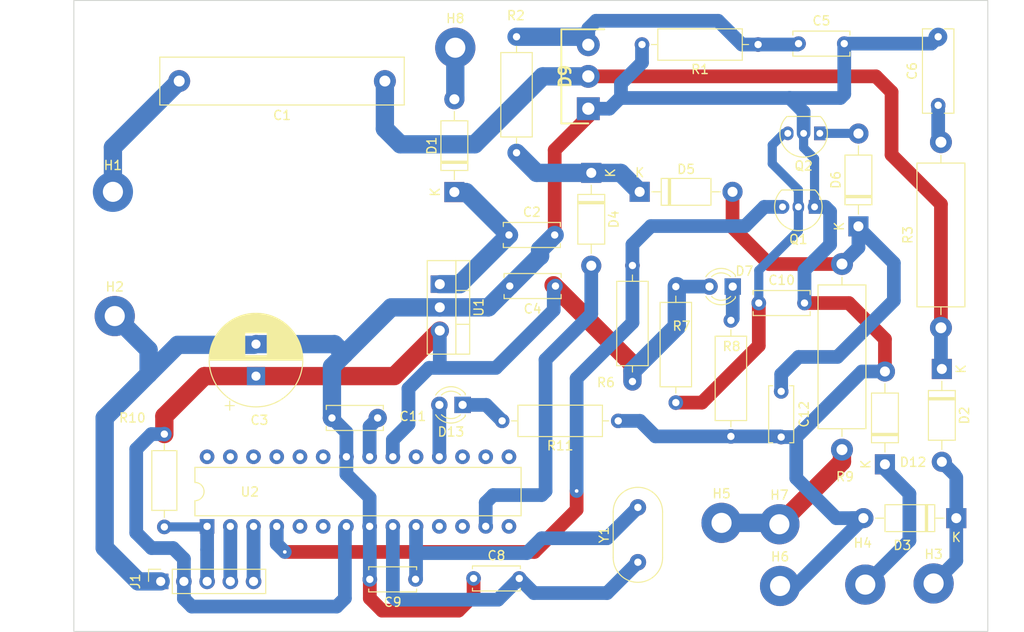
<source format=kicad_pcb>
(kicad_pcb (version 20211014) (generator pcbnew)
  (layers (0 "F.Cu" signal) (31 "B.Cu" signal) (34 "B.Paste" user) (35 "F.Paste" user) (36 "B.SilkS" user "B.Silkscreen") (37 "F.SilkS" user "F.Silkscreen") (38 "B.Mask" user) (39 "F.Mask" user) (44 "Edge.Cuts" user))
  (net 0 "")
  (net 1 "Net-(C1-Pad2)")
  (net 2 "+5 Volt")
  (net 3 "GND")
  (net 4 "Net-(C5-Pad1)")
  (net 5 "Net-(C6-Pad1)")
  (net 6 "Souce_coil")
  (net 7 "Net-(C8-Pad2)")
  (net 8 "Net-(C9-Pad1)")
  (net 9 "Net-(C10-Pad1)")
  (net 10 "Net-(C11-Pad1)")
  (net 11 "Net-(C12-Pad1)")
  (net 12 "SCR_gate")
  (net 13 "Net-(D4-Pad2)")
  (net 14 "Net-(D6-Pad2)")
  (net 15 "Net-(D7-Pad1)")
  (net 16 "Pickup_circuit")
  (net 17 "Net-(J1-Pad3)")
  (net 18 "/RX")
  (net 19 "/TX")
  (net 35 "Net-(H5-Pad1)")
  (net 36 "Net-(C1-Pad1)")
  (net 37 "Source coil -")
  (net 38 "Net-(D13-Pad1)")
  (net 39 "Net-(C2-Pad1)")
  (net 40 "+12v")
  (net 41 "Net-(D13-Pad2)")
  (footprint "Package_DIP:DIP-28_W7.62mm" (layer "F.Cu") (at 91.45 109.4 90)
    (fp_text reference "U2" (at 3.775 4.675 180) (layer "F.SilkS"))
    (fp_text value "ATmega328P-P")
    (pad "1" thru_hole rect (at 0 0 90) (size 1.6 1.6) (drill 0.8) (layers *.Cu *.Mask) (net 17 "Net-(J1-Pad3)"))
    (pad "2" thru_hole oval (at 0 2.54 90) (size 1.6 1.6) (drill 0.8) (layers *.Cu *.Mask) (net 18 "/RX"))
    (pad "3" thru_hole oval (at 0 5.08 90) (size 1.6 1.6) (drill 0.8) (layers *.Cu *.Mask) (net 19 "/TX"))
    (pad "4" thru_hole oval (at 0 7.62 90) (size 1.6 1.6) (drill 0.8) (layers *.Cu *.Mask) (net 16 "Pickup_circuit"))
    (pad "5" thru_hole oval (at 0 10.16 90) (size 1.6 1.6) (drill 0.8) (layers *.Cu *.Mask))
    (pad "6" thru_hole oval (at 0 12.7 90) (size 1.6 1.6) (drill 0.8) (layers *.Cu *.Mask))
    (pad "7" thru_hole oval (at 0 15.24 90) (size 1.6 1.6) (drill 0.8) (layers *.Cu *.Mask) (net 2 "+5 Volt"))
    (pad "8" thru_hole oval (at 0 17.78 90) (size 1.6 1.6) (drill 0.8) (layers *.Cu *.Mask) (net 3 "GND"))
    (pad "9" thru_hole oval (at 0 20.32 90) (size 1.6 1.6) (drill 0.8) (layers *.Cu *.Mask) (net 7 "Net-(C8-Pad2)"))
    (pad "10" thru_hole oval (at 0 22.86 90) (size 1.6 1.6) (drill 0.8) (layers *.Cu *.Mask) (net 8 "Net-(C9-Pad1)"))
    (pad "11" thru_hole oval (at 0 25.4 90) (size 1.6 1.6) (drill 0.8) (layers *.Cu *.Mask))
    (pad "12" thru_hole oval (at 0 27.94 90) (size 1.6 1.6) (drill 0.8) (layers *.Cu *.Mask))
    (pad "13" thru_hole oval (at 0 30.48 90) (size 1.6 1.6) (drill 0.8) (layers *.Cu *.Mask) (net 13 "Net-(D4-Pad2)"))
    (pad "14" thru_hole oval (at 0 33.02 90) (size 1.6 1.6) (drill 0.8) (layers *.Cu *.Mask))
    (pad "15" thru_hole oval (at 7.62 33.02 90) (size 1.6 1.6) (drill 0.8) (layers *.Cu *.Mask))
    (pad "16" thru_hole oval (at 7.62 30.48 90) (size 1.6 1.6) (drill 0.8) (layers *.Cu *.Mask))
    (pad "17" thru_hole oval (at 7.62 27.94 90) (size 1.6 1.6) (drill 0.8) (layers *.Cu *.Mask))
    (pad "18" thru_hole oval (at 7.62 25.4 90) (size 1.6 1.6) (drill 0.8) (layers *.Cu *.Mask) (net 41 "Net-(D13-Pad2)"))
    (pad "19" thru_hole oval (at 7.62 22.86 90) (size 1.6 1.6) (drill 0.8) (layers *.Cu *.Mask))
    (pad "20" thru_hole oval (at 7.62 20.32 90) (size 1.6 1.6) (drill 0.8) (layers *.Cu *.Mask) (net 2 "+5 Volt"))
    (pad "21" thru_hole oval (at 7.62 17.78 90) (size 1.6 1.6) (drill 0.8) (layers *.Cu *.Mask) (net 10 "Net-(C11-Pad1)"))
    (pad "22" thru_hole oval (at 7.62 15.24 90) (size 1.6 1.6) (drill 0.8) (layers *.Cu *.Mask) (net 3 "GND"))
    (pad "23" thru_hole oval (at 7.62 12.7 90) (size 1.6 1.6) (drill 0.8) (layers *.Cu *.Mask))
    (pad "24" thru_hole oval (at 7.62 10.16 90) (size 1.6 1.6) (drill 0.8) (layers *.Cu *.Mask))
    (pad "25" thru_hole oval (at 7.62 7.62 90) (size 1.6 1.6) (drill 0.8) (layers *.Cu *.Mask))
    (pad "26" thru_hole oval (at 7.62 5.08 90) (size 1.6 1.6) (drill 0.8) (layers *.Cu *.Mask))
    (pad "27" thru_hole oval (at 7.62 2.54 90) (size 1.6 1.6) (drill 0.8) (layers *.Cu *.Mask))
    (pad "28" thru_hole oval (at 7.62 0 90) (size 1.6 1.6) (drill 0.8) (layers *.Cu *.Mask))
  )
  (footprint "Resistor_THT:R_Axial_DIN0207_L6.3mm_D2.5mm_P10.16mm_Horizontal" (layer "F.Cu") (at 86.775 99.3 -90)
    (fp_text reference "R10" (at -1.775 3.5) (layer "F.SilkS"))
    (fp_text value "10K")
    (pad "1" thru_hole circle (at 0 0 270) (size 1.6 1.6) (drill 0.8) (layers *.Cu *.Mask) (net 2 "+5 Volt"))
    (pad "2" thru_hole oval (at 10.16 0 270) (size 1.6 1.6) (drill 0.8) (layers *.Cu *.Mask) (net 17 "Net-(J1-Pad3)"))
  )
  (footprint "Diode_THT:D_DO-41_SOD81_P10.16mm_Horizontal" (layer "F.Cu") (at 162.7 76.555 90)
    (fp_text reference "D6" (at 5.08 -2.47 90) (layer "F.SilkS"))
    (fp_text value "IN4004")
    (fp_text user "K" (at 0 -2.1 90) (layer "F.SilkS"))
    (pad "1" thru_hole rect (at 0 0 90) (size 2.2 2.2) (drill 1.1) (layers *.Cu *.Mask) (net 11 "Net-(C12-Pad1)"))
    (pad "2" thru_hole oval (at 10.16 0 90) (size 2.2 2.2) (drill 1.1) (layers *.Cu *.Mask) (net 14 "Net-(D6-Pad2)"))
  )
  (footprint "Capacitor_THT:C_Disc_D6.0mm_W2.5mm_P5.00mm" (layer "F.Cu") (at 110.11 97.53 180)
    (fp_text reference "C11" (at -3.85 0.175) (layer "F.SilkS"))
    (fp_text value "0.1uF")
    (pad "1" thru_hole circle (at 0 0 180) (size 2 2) (drill 0.8) (layers *.Cu *.Mask) (net 10 "Net-(C11-Pad1)"))
    (pad "2" thru_hole circle (at 5 0 180) (size 2 2) (drill 0.8) (layers *.Cu *.Mask) (net 3 "GND"))
  )
  (footprint "Resistor_THT:R_Axial_DIN0516_L15.5mm_D5.0mm_P20.32mm_Horizontal" (layer "F.Cu") (at 171.725 87.66 90)
    (fp_text reference "R3" (at 10.16 -3.62 90) (layer "F.SilkS"))
    (fp_text value "27 1 watt")
    (pad "1" thru_hole circle (at 0 0 90) (size 2.4 2.4) (drill 1.2) (layers *.Cu *.Mask) (net 36 "Net-(C1-Pad1)"))
    (pad "2" thru_hole oval (at 20.32 0 90) (size 2.4 2.4) (drill 1.2) (layers *.Cu *.Mask) (net 5 "Net-(C6-Pad1)"))
  )
  (footprint "Capacitor_THT:C_Disc_D5.0mm_W2.5mm_P5.00mm" (layer "F.Cu") (at 120.6 115.1)
    (fp_text reference "C8" (at 2.5 -2.5) (layer "F.SilkS"))
    (fp_text value "22pF")
    (pad "1" thru_hole circle (at 0 0) (size 1.6 1.6) (drill 0.8) (layers *.Cu *.Mask) (net 3 "GND"))
    (pad "2" thru_hole circle (at 5 0) (size 1.6 1.6) (drill 0.8) (layers *.Cu *.Mask) (net 7 "Net-(C8-Pad2)"))
  )
  (footprint "Package_TO_SOT_THT:TO-220-3_Vertical" (layer "F.Cu") (at 116.905 82.885 -90)
    (fp_text reference "U1" (at 2.54 -4.27 90) (layer "F.SilkS"))
    (fp_text value "LM7805_TO220")
    (pad "1" thru_hole rect (at 0 0 270) (size 1.905 2) (drill 1.1) (layers *.Cu *.Mask) (net 39 "Net-(C2-Pad1)"))
    (pad "2" thru_hole oval (at 2.54 0 270) (size 1.905 2) (drill 1.1) (layers *.Cu *.Mask) (net 3 "GND"))
    (pad "3" thru_hole oval (at 5.08 0 270) (size 1.905 2) (drill 1.1) (layers *.Cu *.Mask) (net 2 "+5 Volt"))
  )
  (footprint "MountingHole:MountingHole_2.2mm_M2_Pad_TopBottom" (layer "F.Cu") (at 154.051 109.1692)
    (fp_text reference "H7" (at 0 -3.2) (layer "F.SilkS"))
    (fp_text value "Kill Switch")
    (pad "1" connect circle (at 0 0) (size 4.4 4.4) (layers "B.Cu" "B.Mask") (net 35 "Net-(H5-Pad1)"))
    (pad "1" connect circle (at 0 0) (size 4.4 4.4) (layers "F.Cu" "F.Mask") (net 35 "Net-(H5-Pad1)"))
    (pad "1" thru_hole circle (at 0 0) (size 2.6 2.6) (drill 2.2) (layers *.Cu *.Mask) (net 35 "Net-(H5-Pad1)"))
  )
  (footprint "MountingHole:MountingHole_2.2mm_M2_Pad_TopBottom" (layer "F.Cu") (at 163.45 115.775)
    (fp_text reference "H4" (at -0.275 -4.55) (layer "F.SilkS"))
    (fp_text value "Source Coil -")
    (pad "1" connect circle (at 0 0) (size 4.4 4.4) (layers "B.Cu" "B.Mask") (net 37 "Source coil -"))
    (pad "1" connect circle (at 0 0) (size 4.4 4.4) (layers "F.Cu" "F.Mask") (net 37 "Source coil -"))
    (pad "1" thru_hole circle (at 0 0) (size 2.6 2.6) (drill 2.2) (layers *.Cu *.Mask) (net 37 "Source coil -"))
  )
  (footprint "MountingHole:MountingHole_2.2mm_M2_Pad_TopBottom" (layer "F.Cu") (at 147.7264 109.0168)
    (fp_text reference "H5" (at 0 -3.2) (layer "F.SilkS"))
    (fp_text value "Pickup Coil +")
    (pad "1" connect circle (at 0 0) (size 4.4 4.4) (layers "B.Cu" "B.Mask") (net 35 "Net-(H5-Pad1)"))
    (pad "1" thru_hole circle (at 0 0) (size 2.6 2.6) (drill 2.2) (layers *.Cu *.Mask) (net 35 "Net-(H5-Pad1)"))
    (pad "1" connect circle (at 0 0) (size 4.4 4.4) (layers "F.Cu" "F.Mask") (net 35 "Net-(H5-Pad1)"))
  )
  (footprint "Package_TO_SOT_THT:TO-92_Inline" (layer "F.Cu") (at 157.4 74.425 180)
    (fp_text reference "Q1" (at 1.27 -3.56) (layer "F.SilkS"))
    (fp_text value "2N2222")
    (pad "1" thru_hole rect (at -0.5 0 180) (size 1.25 1.5) (drill 0.75) (layers *.Cu *.Mask) (net 3 "GND"))
    (pad "2" thru_hole oval (at 1.27 0 180) (size 1.25 1.5) (drill 0.75) (layers *.Cu *.Mask) (net 9 "Net-(C10-Pad1)"))
    (pad "3" thru_hole oval (at 3 0 180) (size 1.25 1.5) (drill 0.75) (layers *.Cu *.Mask) (net 16 "Pickup_circuit"))
  )
  (footprint "MountingHole:MountingHole_2.2mm_M2_Pad_TopBottom" (layer "F.Cu") (at 170.925 115.65)
    (fp_text reference "H3" (at 0 -3.2) (layer "F.SilkS"))
    (fp_text value "Source Coil +")
    (pad "1" thru_hole circle (at 0 0) (size 2.6 2.6) (drill 2.2) (layers *.Cu *.Mask) (net 6 "Souce_coil"))
    (pad "1" connect circle (at 0 0) (size 4.4 4.4) (layers "F.Cu" "F.Mask") (net 6 "Souce_coil"))
    (pad "1" connect circle (at 0 0) (size 4.4 4.4) (layers "B.Cu" "B.Mask") (net 6 "Souce_coil"))
  )
  (footprint "Diode_THT:D_DO-41_SOD81_P10.16mm_Horizontal" (layer "F.Cu") (at 133.475 70.7 -90)
    (fp_text reference "D4" (at 5.08 -2.47 90) (layer "F.SilkS"))
    (fp_text value "IN4004")
    (fp_text user "K" (at 0 -2.1 90) (layer "F.SilkS"))
    (pad "1" thru_hole rect (at 0 0 270) (size 2.2 2.2) (drill 1.1) (layers *.Cu *.Mask) (net 12 "SCR_gate"))
    (pad "2" thru_hole oval (at 10.16 0 270) (size 2.2 2.2) (drill 1.1) (layers *.Cu *.Mask) (net 13 "Net-(D4-Pad2)"))
  )
  (footprint "Resistor_THT:R_Axial_DIN0309_L9.0mm_D3.2mm_P12.70mm_Horizontal" (layer "F.Cu") (at 125.3 55.8 -90)
    (fp_text reference "R2" (at -2.325 0.075 -180) (layer "F.SilkS"))
    (fp_text value "120")
    (pad "1" thru_hole circle (at 0 0 270) (size 1.6 1.6) (drill 0.8) (layers *.Cu *.Mask) (net 4 "Net-(C5-Pad1)"))
    (pad "2" thru_hole oval (at 12.7 0 270) (size 1.6 1.6) (drill 0.8) (layers *.Cu *.Mask) (net 12 "SCR_gate"))
  )
  (footprint "MountingHole:MountingHole_2.2mm_M2_ISO14580_Pad_TopBottom" (layer "F.Cu") (at 81.15 72.775)
    (fp_text reference "H1" (at 0 -2.9) (layer "F.SilkS"))
    (fp_text value "Coil + _Pad")
    (pad "1" thru_hole circle (at 0 0) (size 2.6 2.6) (drill 2.2) (layers *.Cu *.Mask) (net 1 "Net-(C1-Pad2)"))
    (pad "1" connect circle (at 0 0) (size 4.4 4.4) (layers "B.Cu" "B.Mask") (net 1 "Net-(C1-Pad2)"))
    (pad "1" connect circle (at 0 0) (size 3.8 3.8) (layers "F.Cu" "F.Mask") (net 1 "Net-(C1-Pad2)"))
  )
  (footprint "Capacitor_THT:CP_Radial_D10.0mm_P3.50mm" (layer "F.Cu") (at 96.8 92.95 90)
    (fp_text reference "C3" (at -4.825 0.375 180) (layer "F.SilkS"))
    (fp_text value "220uF")
    (pad "1" thru_hole rect (at 0 0 90) (size 2 2) (drill 1) (layers *.Cu *.Mask) (net 2 "+5 Volt"))
    (pad "2" thru_hole circle (at 3.5 0 90) (size 2 2) (drill 1) (layers *.Cu *.Mask) (net 3 "GND"))
  )
  (footprint "Capacitor_THT:C_Rect_L26.5mm_W5.0mm_P22.50mm_MKS4" (layer "F.Cu") (at 110.9 60.65 180)
    (fp_text reference "C1" (at 11.25 -3.75) (layer "F.SilkS"))
    (fp_text value "1.5u/400v")
    (pad "1" thru_hole circle (at 0 0 180) (size 2.4 2.4) (drill 1.2) (layers *.Cu *.Mask) (net 36 "Net-(C1-Pad1)"))
    (pad "2" thru_hole circle (at 22.5 0 180) (size 2.4 2.4) (drill 1.2) (layers *.Cu *.Mask) (net 1 "Net-(C1-Pad2)"))
  )
  (footprint "Capacitor_THT:C_Disc_D6.0mm_W2.5mm_P5.00mm" (layer "F.Cu") (at 129.56 83.09 180)
    (fp_text reference "C4" (at 2.5 -2.5) (layer "F.SilkS"))
    (fp_text value "100n")
    (pad "1" thru_hole circle (at 0 0 180) (size 1.6 1.6) (drill 0.8) (layers *.Cu *.Mask) (net 2 "+5 Volt"))
    (pad "2" thru_hole circle (at 5 0 180) (size 1.6 1.6) (drill 0.8) (layers *.Cu *.Mask) (net 3 "GND"))
  )
  (footprint "LED_THT:LED_D3.0mm" (layer "F.Cu") (at 119.4 96.1 180)
    (fp_text reference "D13" (at 1.27 -2.96) (layer "F.SilkS"))
    (fp_text value "LED")
    (pad "1" thru_hole rect (at 0 0 180) (size 1.8 1.8) (drill 0.9) (layers *.Cu *.Mask) (net 38 "Net-(D13-Pad1)"))
    (pad "2" thru_hole circle (at 2.54 0 180) (size 1.8 1.8) (drill 0.9) (layers *.Cu *.Mask) (net 41 "Net-(D13-Pad2)"))
  )
  (footprint "Capacitor_THT:C_Disc_D5.0mm_W2.5mm_P5.00mm" (layer "F.Cu") (at 114.25 115.2 180)
    (fp_text reference "C9" (at 2.5 -2.5) (layer "F.SilkS"))
    (fp_text value "22pF")
    (pad "1" thru_hole circle (at 0 0 180) (size 1.6 1.6) (drill 0.8) (layers *.Cu *.Mask) (net 8 "Net-(C9-Pad1)"))
    (pad "2" thru_hole circle (at 5 0 180) (size 1.6 1.6) (drill 0.8) (layers *.Cu *.Mask) (net 3 "GND"))
  )
  (footprint "Resistor_THT:R_Axial_DIN0309_L9.0mm_D3.2mm_P12.70mm_Horizontal" (layer "F.Cu") (at 142.725 83.15 -90)
    (fp_text reference "R7" (at 4.325 -0.625) (layer "F.SilkS"))
    (fp_text value "10k")
    (pad "1" thru_hole circle (at 0 0 270) (size 1.6 1.6) (drill 0.8) (layers *.Cu *.Mask) (net 2 "+5 Volt"))
    (pad "2" thru_hole oval (at 12.7 0 270) (size 1.6 1.6) (drill 0.8) (layers *.Cu *.Mask) (net 9 "Net-(C10-Pad1)"))
  )
  (footprint "Resistor_THT:R_Axial_DIN0309_L9.0mm_D3.2mm_P12.70mm_Horizontal" (layer "F.Cu") (at 151.725 56.65 180)
    (fp_text reference "R1" (at 6.35 -2.72) (layer "F.SilkS"))
    (fp_text value "1k")
    (pad "1" thru_hole circle (at 0 0 180) (size 1.6 1.6) (drill 0.8) (layers *.Cu *.Mask) (net 4 "Net-(C5-Pad1)"))
    (pad "2" thru_hole oval (at 12.7 0 180) (size 1.6 1.6) (drill 0.8) (layers *.Cu *.Mask) (net 3 "GND"))
  )
  (footprint "Resistor_THT:R_Axial_DIN0309_L9.0mm_D3.2mm_P12.70mm_Horizontal" (layer "F.Cu") (at 137.98 93.54 90)
    (fp_text reference "R6" (at -0.11 -2.905 180) (layer "F.SilkS"))
    (fp_text value "10k")
    (pad "1" thru_hole circle (at 0 0 90) (size 1.6 1.6) (drill 0.8) (layers *.Cu *.Mask) (net 2 "+5 Volt"))
    (pad "2" thru_hole oval (at 12.7 0 90) (size 1.6 1.6) (drill 0.8) (layers *.Cu *.Mask) (net 16 "Pickup_circuit"))
  )
  (footprint "Resistor_THT:R_Axial_DIN0309_L9.0mm_D3.2mm_P12.70mm_Horizontal" (layer "F.Cu") (at 148.75 86.85 -90)
    (fp_text reference "R8" (at 2.85 -0.075 180) (layer "F.SilkS"))
    (fp_text value "330")
    (pad "1" thru_hole circle (at 0 0 270) (size 1.6 1.6) (drill 0.8) (layers *.Cu *.Mask) (net 15 "Net-(D7-Pad1)"))
    (pad "2" thru_hole oval (at 12.7 0 270) (size 1.6 1.6) (drill 0.8) (layers *.Cu *.Mask) (net 3 "GND"))
  )
  (footprint "Package_TO_SOT_THT:TO-92_Inline" (layer "F.Cu") (at 157.975 66.375 180)
    (fp_text reference "Q2" (at 1.27 -3.56) (layer "F.SilkS"))
    (fp_text value "2N2222")
    (pad "1" thru_hole rect (at -0.5 0 180) (size 1.25 1.5) (drill 0.75) (layers *.Cu *.Mask) (net 14 "Net-(D6-Pad2)"))
    (pad "2" thru_hole oval (at 1.27 0 180) (size 1.25 1.5) (drill 0.75) (layers *.Cu *.Mask) (net 3 "GND"))
    (pad "3" thru_hole oval (at 3 0 180) (size 1.25 1.5) (drill 0.75) (layers *.Cu *.Mask) (net 9 "Net-(C10-Pad1)"))
  )
  (footprint "Diode_THT:D_DO-41_SOD81_P10.16mm_Horizontal" (layer "F.Cu") (at 138.77 72.775)
    (fp_text reference "D5" (at 5.08 -2.47) (layer "F.SilkS"))
    (fp_text value "IN4004")
    (fp_text user "K" (at 0 -2.1) (layer "F.SilkS"))
    (pad "1" thru_hole rect (at 0 0) (size 2.2 2.2) (drill 1.1) (layers *.Cu *.Mask) (net 12 "SCR_gate"))
    (pad "2" thru_hole oval (at 10.16 0) (size 2.2 2.2) (drill 1.1) (layers *.Cu *.Mask) (net 11 "Net-(C12-Pad1)"))
  )
  (footprint "Capacitor_THT:C_Rect_L9.0mm_W3.2mm_P7.50mm_MKT" (layer "F.Cu") (at 171.425 63.3 90)
    (fp_text reference "C6" (at 3.75 -2.85 90) (layer "F.SilkS"))
    (fp_text value "33n/200v")
    (pad "1" thru_hole circle (at 0 0 90) (size 1.6 1.6) (drill 0.8) (layers *.Cu *.Mask) (net 5 "Net-(C6-Pad1)"))
    (pad "2" thru_hole circle (at 7.5 0 90) (size 1.6 1.6) (drill 0.8) (layers *.Cu *.Mask) (net 3 "GND"))
  )
  (footprint "Capacitor_THT:C_Disc_D6.0mm_W2.5mm_P5.00mm" (layer "F.Cu") (at 156.15 56.55)
    (fp_text reference "C5" (at 2.5 -2.5) (layer "F.SilkS"))
    (fp_text value "100n")
    (pad "1" thru_hole circle (at 0 0) (size 1.6 1.6) (drill 0.8) (layers *.Cu *.Mask) (net 4 "Net-(C5-Pad1)"))
    (pad "2" thru_hole circle (at 5 0) (size 1.6 1.6) (drill 0.8) (layers *.Cu *.Mask) (net 3 "GND"))
  )
  (footprint "Resistor_THT:R_Axial_DIN0309_L9.0mm_D3.2mm_P12.70mm_Horizontal" (layer "F.Cu") (at 136.425 97.85 180)
    (fp_text reference "R11" (at 6.35 -2.72 180) (layer "F.SilkS"))
    (fp_text value "330")
    (pad "1" thru_hole circle (at 0 0 180) (size 1.6 1.6) (drill 0.8) (layers *.Cu *.Mask) (net 3 "GND"))
    (pad "2" thru_hole oval (at 12.7 0 180) (size 1.6 1.6) (drill 0.8) (layers *.Cu *.Mask) (net 38 "Net-(D13-Pad1)"))
  )
  (footprint "MountingHole:MountingHole_2.2mm_M2_Pad_TopBottom" (layer "F.Cu") (at 118.6 57)
    (fp_text reference "H8" (at 0 -3.2) (layer "F.SilkS"))
    (fp_text value "+12 v")
    (pad "1" connect circle (at 0 0) (size 4.4 4.4) (layers "B.Cu" "B.Mask") (net 40 "+12v"))
    (pad "1" thru_hole circle (at 0 0) (size 2.6 2.6) (drill 2.2) (layers *.Cu *.Mask) (net 40 "+12v"))
    (pad "1" connect circle (at 0 0) (size 4.4 4.4) (layers "F.Cu" "F.Mask") (net 40 "+12v"))
  )
  (footprint "Capacitor_THT:C_Disc_D6.0mm_W2.5mm_P5.00mm" (layer "F.Cu") (at 154.25 94.625 -90)
    (fp_text reference "C12" (at 2.5 -2.5 90) (layer "F.SilkS"))
    (fp_text value "100n")
    (pad "1" thru_hole circle (at 0 0 270) (size 1.6 1.6) (drill 0.8) (layers *.Cu *.Mask) (net 11 "Net-(C12-Pad1)"))
    (pad "2" thru_hole circle (at 5 0 270) (size 1.6 1.6) (drill 0.8) (layers *.Cu *.Mask) (net 3 "GND"))
  )
  (footprint "Diode_THT:D_DO-41_SOD81_P10.16mm_Horizontal" (layer "F.Cu") (at 118.5 72.8 90)
    (fp_text reference "D1" (at 5.08 -2.47 90) (layer "F.SilkS"))
    (fp_text value "IN4004")
    (fp_text user "K" (at 0 -2.1 90) (layer "F.SilkS"))
    (pad "1" thru_hole rect (at 0 0 90) (size 2.2 2.2) (drill 1.1) (layers *.Cu *.Mask) (net 39 "Net-(C2-Pad1)"))
    (pad "2" thru_hole oval (at 10.16 0 90) (size 2.2 2.2) (drill 1.1) (layers *.Cu *.Mask) (net 40 "+12v"))
  )
  (footprint "MountingHole:MountingHole_2.2mm_M2_Pad_TopBottom" (layer "F.Cu") (at 154.1272 115.9256)
    (fp_text reference "H6" (at 0 -3.2) (layer "F.SilkS"))
    (fp_text value "Pickup Coil -")
    (pad "1" connect circle (at 0 0) (size 4.4 4.4) (layers "F.Cu" "F.Mask") (net 3 "GND"))
    (pad "1" connect circle (at 0 0) (size 4.4 4.4) (layers "B.Cu" "B.Mask") (net 3 "GND"))
    (pad "1" thru_hole circle (at 0 0) (size 2.6 2.6) (drill 2.2) (layers *.Cu *.Mask) (net 3 "GND"))
  )
  (footprint "LED_THT:LED_D3.0mm" (layer "F.Cu") (at 148.95 83.15 180)
    (fp_text reference "D7" (at -1.275 1.7) (layer "F.SilkS"))
    (fp_text value "LED")
    (pad "1" thru_hole rect (at 0 0 180) (size 1.8 1.8) (drill 0.9) (layers *.Cu *.Mask) (net 15 "Net-(D7-Pad1)"))
    (pad "2" thru_hole circle (at 2.54 0 180) (size 1.8 1.8) (drill 0.9) (layers *.Cu *.Mask) (net 2 "+5 Volt"))
  )
  (footprint "Diode_THT:D_DO-41_SOD81_P10.16mm_Horizontal" (layer "F.Cu") (at 165.6 102.605 90)
    (fp_text reference "D12" (at 0.23 3.075 180) (layer "F.SilkS"))
    (fp_text value "D")
    (fp_text user "K" (at 0 -2.1 90) (layer "F.SilkS"))
    (pad "1" thru_hole rect (at 0 0 90) (size 2.2 2.2) (drill 1.1) (layers *.Cu *.Mask) (net 37 "Source coil -"))
    (pad "2" thru_hole oval (at 10.16 0 90) (size 2.2 2.2) (drill 1.1) (layers *.Cu *.Mask) (net 3 "GND"))
  )
  (footprint "MountingHole:MountingHole_2.2mm_M2_Pad_TopBottom" (layer "F.Cu") (at 81.35 86.375)
    (fp_text reference "H2" (at 0 -3.2) (layer "F.SilkS"))
    (fp_text value "Coil Ground")
    (pad "1" connect circle (at 0 0) (size 4.4 4.4) (layers "F.Cu" "F.Mask") (net 3 "GND"))
    (pad "1" connect circle (at 0 0) (size 4.4 4.4) (layers "B.Cu" "B.Mask") (net 3 "GND"))
    (pad "1" thru_hole circle (at 0 0) (size 2.6 2.6) (drill 2.2) (layers *.Cu *.Mask) (net 3 "GND"))
  )
  (footprint "KiCad:TO254P470X1000X2000-3P" (layer "F.Cu") (at 133.15 62.675 90)
    (fp_text reference "D9" (at 2.54 -2.54 90) (layer "F.SilkS") (effects (font (size 1.27 1.27) (thickness 0.254))))
    (fp_text value "BT151-800R,127" hide)
    (pad "1" thru_hole rect (at -1 0 90) (size 2.5 2.5) (drill 1.34) (layers *.Cu *.Mask) (net 3 "GND"))
    (pad "2" thru_hole circle (at 2.54 0 90) (size 2.5 2.5) (drill 1.34) (layers *.Cu *.Mask) (net 36 "Net-(C1-Pad1)"))
    (pad "3" thru_hole circle (at 6 0 90) (size 2.5 2.5) (drill 1.34) (layers *.Cu *.Mask) (net 4 "Net-(C5-Pad1)"))
  )
  (footprint "Crystal:Resonator-2Pin_W10.0mm_H5.0mm" (layer "F.Cu") (at 138.575 112.825 90)
    (fp_text reference "Y1" (at 2.5 -3.7 90) (layer "F.SilkS"))
    (fp_text value "HC49S Crystal")
    (pad "1" thru_hole circle (at -0.5 0 90) (size 1.8 1.8) (drill 0.8) (layers *.Cu *.Mask) (net 7 "Net-(C8-Pad2)"))
    (pad "2" thru_hole circle (at 5.5 0 90) (size 1.8 1.8) (drill 0.8) (layers *.Cu *.Mask) (net 8 "Net-(C9-Pad1)"))
  )
  (footprint "Resistor_THT:R_Axial_DIN0516_L15.5mm_D5.0mm_P20.32mm_Horizontal" (layer "F.Cu") (at 160.9 101 90)
    (fp_text reference "R9" (at -2.965 0.325 180) (layer "F.SilkS"))
    (fp_text value "560 2 watt")
    (pad "1" thru_hole circle (at 0 0 90) (size 2.4 2.4) (drill 1.2) (layers *.Cu *.Mask) (net 35 "Net-(H5-Pad1)"))
    (pad "2" thru_hole oval (at 20.32 0 90) (size 2.4 2.4) (drill 1.2) (layers *.Cu *.Mask) (net 11 "Net-(C12-Pad1)"))
  )
  (footprint "Connector_PinSocket_2.54mm:PinSocket_1x05_P2.54mm_Vertical" (layer "F.Cu") (at 86.375 115.425 90)
    (fp_text reference "J1" (at 0 -2.77 90) (layer "F.SilkS"))
    (fp_text value "Conn_01x05_Female")
    (pad "1" thru_hole rect (at 0 0 90) (size 1.7 1.7) (drill 1) (layers *.Cu *.Mask) (net 3 "GND"))
    (pad "2" thru_hole oval (at 0 2.54 90) (size 1.7 1.7) (drill 1) (layers *.Cu *.Mask) (net 2 "+5 Volt"))
    (pad "3" thru_hole oval (at 0 5.08 90) (size 1.7 1.7) (drill 1) (layers *.Cu *.Mask) (net 17 "Net-(J1-Pad3)"))
    (pad "4" thru_hole oval (at 0 7.62 90) (size 1.7 1.7) (drill 1) (layers *.Cu *.Mask) (net 18 "/RX"))
    (pad "5" thru_hole oval (at 0 10.16 90) (size 1.7 1.7) (drill 1) (layers *.Cu *.Mask) (net 19 "/TX"))
  )
  (footprint "Capacitor_THT:C_Disc_D6.0mm_W2.5mm_P5.00mm" (layer "F.Cu") (at 151.8 84.95)
    (fp_text reference "C10" (at 2.5 -2.5) (layer "F.SilkS"))
    (fp_text value "10n")
    (pad "1" thru_hole circle (at 0 0) (size 1.6 1.6) (drill 0.8) (layers *.Cu *.Mask) (net 9 "Net-(C10-Pad1)"))
    (pad "2" thru_hole circle (at 5 0) (size 1.6 1.6) (drill 0.8) (layers *.Cu *.Mask) (net 3 "GND"))
  )
  (footprint "Diode_THT:D_DO-41_SOD81_P10.16mm_Horizontal" (layer "F.Cu") (at 171.825 92.17 -90)
    (fp_text reference "D2" (at 5.08 -2.47 90) (layer "F.SilkS"))
    (fp_text value "1N4004")
    (fp_text user "K" (at 0 -2.1 90) (layer "F.SilkS"))
    (pad "1" thru_hole rect (at 0 0 270) (size 2.2 2.2) (drill 1.1) (layers *.Cu *.Mask) (net 36 "Net-(C1-Pad1)"))
    (pad "2" thru_hole oval (at 10.16 0 270) (size 2.2 2.2) (drill 1.1) (layers *.Cu *.Mask) (net 6 "Souce_coil"))
  )
  (footprint "Capacitor_THT:C_Disc_D6.0mm_W2.5mm_P5.00mm" (layer "F.Cu") (at 124.475 77.5)
    (fp_text reference "C2" (at 2.5 -2.5) (layer "F.SilkS"))
    (fp_text value "100n")
    (pad "1" thru_hole circle (at 0 0) (size 1.6 1.6) (drill 0.8) (layers *.Cu *.Mask) (net 39 "Net-(C2-Pad1)"))
    (pad "2" thru_hole circle (at 5 0) (size 1.6 1.6) (drill 0.8) (layers *.Cu *.Mask) (net 3 "GND"))
  )
  (footprint "Diode_THT:D_DO-41_SOD81_P10.16mm_Horizontal" (layer "F.Cu") (at 173.405 108.5 180)
    (fp_text reference "D3" (at 5.905 -2.975) (layer "F.SilkS"))
    (fp_text value "1N4004")
    (fp_text user "K" (at 0 -2.1) (layer "F.SilkS"))
    (pad "1" thru_hole rect (at 0 0 180) (size 2.2 2.2) (drill 1.1) (layers *.Cu *.Mask) (net 6 "Souce_coil"))
    (pad "2" thru_hole oval (at 10.16 0 180) (size 2.2 2.2) (drill 1.1) (layers *.Cu *.Mask) (net 3 "GND"))
  )
  (gr_rect (start 76.875 51.825) (end 176.85 120.9) (layer "Edge.Cuts") (width 0.1) (fill none))
  (segment (start 81.15 72.775) (end 81.15 67.9) (width 2) (layer "B.Cu") (net 1))
  (segment (start 81.15 67.9) (end 88.4 60.65) (width 2) (layer "B.Cu") (net 1))
  (segment (start 91.16 92.95) (end 96.8 92.95) (width 2) (layer "F.Cu") (net 2))
  (segment (start 86.775 97.335) (end 91.16 92.95) (width 2) (layer "F.Cu") (net 2))
  (segment (start 137.98 93.54) (end 137.98 91.63) (width 2) (layer "F.Cu") (net 2))
  (segment (start 111.92 92.95) (end 116.905 87.965) (width 2) (layer "F.Cu") (net 2))
  (segment (start 96.8 92.95) (end 111.92 92.95) (width 2) (layer "F.Cu") (net 2))
  (segment (start 137.98 91.63) (end 129.35 83) (width 2) (layer "F.Cu") (net 2))
  (segment (start 86.775 99.3) (end 86.775 97.335) (width 2) (layer "F.Cu") (net 2))
  (segment (start 111.77 99.93) (end 113.48 98.22) (width 1.5) (layer "B.Cu") (net 2))
  (segment (start 88.915 112.96) (end 87.73 111.775) (width 1.5) (layer "B.Cu") (net 2))
  (segment (start 137.98 92.38) (end 142.83 87.53) (width 2) (layer "B.Cu") (net 2))
  (segment (start 137.98 93.54) (end 137.98 92.38) (width 2) (layer "B.Cu") (net 2))
  (segment (start 89.775 118.175) (end 105.625 118.175) (width 1.5) (layer "B.Cu") (net 2))
  (segment (start 129.37 85.72) (end 129.37 83.2) (width 1.5) (layer "B.Cu") (net 2))
  (segment (start 88.915 115.425) (end 88.915 112.96) (width 1.5) (layer "B.Cu") (net 2))
  (segment (start 116.825 92.05) (end 123.04 92.05) (width 1.5) (layer "B.Cu") (net 2))
  (segment (start 83.7 100.95) (end 85.35 99.3) (width 1.5) (layer "B.Cu") (net 2))
  (segment (start 116.905 91.97) (end 116.905 87.965) (width 1.5) (layer "B.Cu") (net 2))
  (segment (start 116.825 92.05) (end 116.905 91.97) (width 1.5) (layer "B.Cu") (net 2))
  (segment (start 113.48 94.31) (end 115.74 92.05) (width 1.5) (layer "B.Cu") (net 2))
  (segment (start 113.48 98.22) (end 113.48 94.31) (width 1.5) (layer "B.Cu") (net 2))
  (segment (start 88.915 117.315) (end 89.775 118.175) (width 1.5) (layer "B.Cu") (net 2))
  (segment (start 106.525 109.565) (end 106.69 109.4) (width 1.5) (layer "B.Cu") (net 2))
  (segment (start 106.525 117.275) (end 106.525 109.565) (width 1.5) (layer "B.Cu") (net 2))
  (segment (start 111.77 101.78) (end 111.77 99.93) (width 1.5) (layer "B.Cu") (net 2))
  (segment (start 85.375 111.775) (end 83.7 110.1) (width 1.5) (layer "B.Cu") (net 2))
  (segment (start 88.915 115.425) (end 88.915 117.315) (width 1.5) (layer "B.Cu") (net 2))
  (segment (start 105.625 118.175) (end 106.525 117.275) (width 1.5) (layer "B.Cu") (net 2))
  (segment (start 123.04 92.05) (end 129.37 85.72) (width 1.5) (layer "B.Cu") (net 2))
  (segment (start 85.35 99.3) (end 86.775 99.3) (width 1.5) (layer "B.Cu") (net 2))
  (segment (start 83.7 110.1) (end 83.7 100.95) (width 1.5) (layer "B.Cu") (net 2))
  (segment (start 142.725 83.15) (end 146.41 83.15) (width 1.5) (layer "B.Cu") (net 2))
  (segment (start 115.74 92.05) (end 116.825 92.05) (width 1.5) (layer "B.Cu") (net 2))
  (segment (start 142.83 87.53) (end 142.83 83.1) (width 2) (layer "B.Cu") (net 2))
  (segment (start 87.73 111.775) (end 85.375 111.775) (width 1.5) (layer "B.Cu") (net 2))
  (segment (start 118.95 118.625) (end 120.6 116.975) (width 1.5) (layer "F.Cu") (net 3))
  (segment (start 165.6 88.9) (end 165.6 92.445) (width 1.5) (layer "F.Cu") (net 3))
  (segment (start 164.845 92.445) (end 165.6 92.445) (width 1) (layer "F.Cu") (net 3))
  (segment (start 133.15 63.675) (end 133.15 64.525) (width 1.5) (layer "F.Cu") (net 3))
  (segment (start 120.6 116.975) (end 120.6 115.1) (width 1.5) (layer "F.Cu") (net 3))
  (segment (start 109.25 117.275) (end 110.6 118.625) (width 1.5) (layer "F.Cu") (net 3))
  (segment (start 133.15 64.525) (end 129.475 68.2) (width 1.5) (layer "F.Cu") (net 3))
  (segment (start 109.25 115.2) (end 109.25 117.275) (width 1.5) (layer "F.Cu") (net 3))
  (segment (start 156.8 84.95) (end 161.65 84.95) (width 1.5) (layer "F.Cu") (net 3))
  (segment (start 129.475 68.2) (end 129.475 77.5) (width 1.5) (layer "F.Cu") (net 3))
  (segment (start 110.6 118.625) (end 118.95 118.625) (width 1.5) (layer "F.Cu") (net 3))
  (segment (start 161.65 84.95) (end 165.6 88.9) (width 1.5) (layer "F.Cu") (net 3))
  (segment (start 138.8 97.85) (end 140.5 99.55) (width 1.5) (layer "B.Cu") (net 3))
  (segment (start 148.75 99.55) (end 154.175 99.55) (width 1.5) (layer "B.Cu") (net 3))
  (segment (start 139.025 58.625) (end 136.725 60.925) (width 1.5) (layer "B.Cu") (net 3))
  (segment (start 135.45 63.675) (end 133.15 63.675) (width 1.5) (layer "B.Cu") (net 3))
  (segment (start 86.375 115.425) (end 83.925 115.425) (width 2) (layer "B.Cu") (net 3))
  (segment (start 154.175 99.55) (end 154.25 99.625) (width 1.5) (layer "B.Cu") (net 3))
  (segment (start 163.245 108.5) (end 160.275 108.5) (width 1.5) (layer "B.Cu") (net 3))
  (segment (start 136.425 97.85) (end 138.8 97.85) (width 1.5) (layer "B.Cu") (net 3))
  (segment (start 80.25 111.75) (end 80.25 97.525) (width 2) (layer "B.Cu") (net 3))
  (segment (start 96.8 89.45) (end 105.375 89.45) (width 2) (layer "B.Cu") (net 3))
  (segment (start 85.05 90.075) (end 85.05 92.725) (width 2) (layer "B.Cu") (net 3))
  (segment (start 124.56 83.09) (end 127.825 79.825) (width 2) (layer "B.Cu") (net 3))
  (segment (start 155.175 62.5) (end 136.825 62.5) (width 1.5) (layer "B.Cu") (net 3))
  (segment (start 171.35 55.875) (end 171.425 55.8) (width 2) (layer "B.Cu") (net 3))
  (segment (start 159.075 74.425) (end 159.6 74.95) (width 1.5) (layer "B.Cu") (net 3))
  (segment (start 136.725 60.925) (end 136.725 62.4) (width 1.5) (layer "B.Cu") (net 3))
  (segment (start 136.825 62.5) (end 136.725 62.4) (width 1.5) (layer "B.Cu") (net 3))
  (segment (start 139.025 56.65) (end 139.025 58.625) (width 1.5) (layer "B.Cu") (net 3))
  (segment (start 81.35 86.375) (end 85.05 90.075) (width 2) (layer "B.Cu") (net 3))
  (segment (start 127.875 79.1) (end 129.475 77.5) (width 2) (layer "B.Cu") (net 3))
  (segment (start 156.705 64.03) (end 156.705 66.375) (width 1.5) (layer "B.Cu") (net 3))
  (segment (start 127.825 79.825) (end 127.875 79.825) (width 2) (layer "B.Cu") (net 3))
  (segment (start 156.705 67.955) (end 157.9 69.15) (width 1) (layer "B.Cu") (net 3))
  (segment (start 105.11 91.915) (end 105.11 97.53) (width 2) (layer "B.Cu") (net 3))
  (segment (start 122.225 85.425) (end 124.56 83.09) (width 2) (layer "B.Cu") (net 3))
  (segment (start 106.69 99.1) (end 105.13 97.54) (width 1.5) (layer "B.Cu") (net 3))
  (segment (start 106.725 101.745) (end 106.69 101.78) (width 1.5) (layer "B.Cu") (net 3))
  (segment (start 136.725 62.4) (end 135.45 63.675) (width 1.5) (layer "B.Cu") (net 3))
  (segment (start 155.9 99.625) (end 163.08 92.445) (width 1.5) (layer "B.Cu") (net 3))
  (segment (start 161.15 56.55) (end 170.675 56.55) (width 1.5) (layer "B.Cu") (net 3))
  (segment (start 83.925 115.425) (end 80.25 111.75) (width 2) (layer "B.Cu") (net 3))
  (segment (start 159.6 78.55) (end 157.9 80.25) (width 1.5) (layer "B.Cu") (net 3))
  (segment (start 156.705 66.375) (end 156.705 67.955) (width 1) (layer "B.Cu") (net 3))
  (segment (start 161.15 62.075) (end 160.725 62.5) (width 1.5) (layer "B.Cu") (net 3))
  (segment (start 163.08 92.445) (end 165.6 92.445) (width 1.5) (layer "B.Cu") (net 3))
  (segment (start 106.69 101.78) (end 106.69 103.69) (width 1.5) (layer "B.Cu") (net 3))
  (segment (start 155.175 62.5) (end 160.725 62.5) (width 1.5) (layer "B.Cu") (net 3))
  (segment (start 161.95 108.5) (end 163.245 108.5) (width 1.5) (layer "B.Cu") (net 3))
  (segment (start 161.15 56.55) (end 161.15 62.075) (width 1.5) (layer "B.Cu") (net 3))
  (segment (start 116.905 85.425) (end 111.6 85.425) (width 2) (layer "B.Cu") (net 3))
  (segment (start 116.905 85.425) (end 122.225 85.425) (width 2) (layer "B.Cu") (net 3))
  (segment (start 140.5 99.55) (end 148.75 99.55) (width 1.5) (layer "B.Cu") (net 3))
  (segment (start 155.9 104.125) (end 155.9 99.625) (width 1.5) (layer "B.Cu") (net 3))
  (segment (start 157.9 74.425) (end 159.075 74.425) (width 1.5) (layer "B.Cu") (net 3))
  (segment (start 106.475 90.55) (end 105.11 91.915) (width 2) (layer "B.Cu") (net 3))
  (segment (start 157.9 69.15) (end 157.9 74.425) (width 1) (layer "B.Cu") (net 3))
  (segment (start 160.275 108.5) (end 155.9 104.125) (width 1.5) (layer "B.Cu") (net 3))
  (segment (start 155.175 62.5) (end 156.705 64.03) (width 1.5) (layer "B.Cu") (net 3))
  (segment (start 170.675 56.55) (end 171.425 55.8) (width 1.5) (layer "B.Cu") (net 3))
  (segment (start 159.6 74.95) (end 159.6 78.55) (width 1.5) (layer "B.Cu") (net 3))
  (segment (start 154.25 99.625) (end 155.9 99.625) (width 1.5) (layer "B.Cu") (net 3))
  (segment (start 155.8194 115.9256) (end 154.4066 115.9256) (width 1.5) (layer "B.Cu") (net 3))
  (segment (start 157.9 80.25) (end 156.8 81.35) (width 1.5) (layer "B.Cu") (net 3))
  (segment (start 106.69 103.69) (end 109.23 106.23) (width 1.5) (layer "B.Cu") (net 3))
  (segment (start 109.23 106.23) (end 109.23 109.4) (width 1.5) (layer "B.Cu") (net 3))
  (segment (start 156.8 81.35) (end 156.8 84.95) (width 1.5) (layer "B.Cu") (net 3))
  (segment (start 109.25 115.2) (end 109.25 109.42) (width 1.5) (layer "B.Cu") (net 3))
  (segment (start 111.6 85.425) (end 106.475 90.55) (width 2) (layer "B.Cu") (net 3))
  (segment (start 106.69 101.78) (end 106.69 99.1) (width 1.5) (layer "B.Cu") (net 3))
  (segment (start 80.25 97.525) (end 85.05 92.725) (width 2) (layer "B.Cu") (net 3))
  (segment (start 85.05 92.725) (end 88.25 89.525) (width 2) (layer "B.Cu") (net 3))
  (segment (start 105.375 89.45) (end 106.475 90.55) (width 2) (layer "B.Cu") (net 3))
  (segment (start 88.25 89.525) (end 96.575 89.525) (width 2) (layer "B.Cu") (net 3))
  (segment (start 127.875 79.825) (end 127.875 79.1) (width 2) (layer "B.Cu") (net 3))
  (segment (start 163.245 108.5) (end 155.8194 115.9256) (width 1.5) (layer "B.Cu") (net 3))
  (segment (start 109.25 109.42) (end 109.23 109.4) (width 1.5) (layer "B.Cu") (net 3))
  (segment (start 147.35 54.05) (end 149.95 56.65) (width 1.5) (layer "B.Cu") (net 4))
  (segment (start 133.15 56.675) (end 133.15 54.9) (width 1.5) (layer "B.Cu") (net 4))
  (segment (start 151.725 56.65) (end 156.05 56.65) (width 1.5) (layer "B.Cu") (net 4))
  (segment (start 132.675 57.15) (end 133.15 56.675) (width 1) (layer "B.Cu") (net 4))
  (segment (start 149.95 56.65) (end 151.725 56.65) (width 1.5) (layer "B.Cu") (net 4))
  (segment (start 156.05 56.65) (end 156.15 56.55) (width 1.5) (layer "B.Cu") (net 4))
  (segment (start 134 54.05) (end 147.35 54.05) (width 1.5) (layer "B.Cu") (net 4))
  (segment (start 133.15 54.9) (end 134 54.05) (width 1.5) (layer "B.Cu") (net 4))
  (segment (start 132.275 55.8) (end 133.15 56.675) (width 2) (layer "B.Cu") (net 4))
  (segment (start 125.3 55.8) (end 132.275 55.8) (width 2) (layer "B.Cu") (net 4))
  (segment (start 171.425 67.04) (end 171.725 67.34) (width 1.5) (layer "B.Cu") (net 5))
  (segment (start 171.425 63.3) (end 171.425 67.04) (width 1.5) (layer "B.Cu") (net 5))
  (segment (start 173.405 104.03) (end 173.405 108.5) (width 1.5) (layer "B.Cu") (net 6))
  (segment (start 173.225 103.73) (end 173.225 103.85) (width 1) (layer "B.Cu") (net 6))
  (segment (start 173.405 108.5) (end 173.405 113.17) (width 1.5) (layer "B.Cu") (net 6))
  (segment (start 171.825 102.33) (end 173.225 103.73) (width 1.5) (layer "B.Cu") (net 6))
  (segment (start 173.225 103.85) (end 173.405 104.03) (width 1) (layer "B.Cu") (net 6))
  (segment (start 173.405 113.17) (end 170.925 115.65) (width 1.5) (layer "B.Cu") (net 6))
  (segment (start 127.2 116.7) (end 135.2 116.7) (width 1.5) (layer "B.Cu") (net 7))
  (segment (start 123.275 117.425) (end 125.6 115.1) (width 1.5) (layer "B.Cu") (net 7))
  (segment (start 135.2 116.7) (end 138.575 113.325) (width 1.5) (layer "B.Cu") (net 7))
  (segment (start 111.77 117.045) (end 112.15 117.425) (width 1.5) (layer "B.Cu") (net 7))
  (segment (start 111.77 109.4) (end 111.77 117.045) (width 1.5) (layer "B.Cu") (net 7))
  (segment (start 125.6 115.1) (end 127.2 116.7) (width 1.5) (layer "B.Cu") (net 7))
  (segment (start 112.15 117.425) (end 123.275 117.425) (width 1.5) (layer "B.Cu") (net 7))
  (segment (start 114.31 111.935) (end 114.31 115.14) (width 1.5) (layer "B.Cu") (net 8))
  (segment (start 114.31 109.4) (end 114.31 111.935) (width 1.5) (layer "B.Cu") (net 8))
  (segment (start 114.7 112.325) (end 126.425 112.325) (width 1.5) (layer "B.Cu") (net 8))
  (segment (start 114.31 111.935) (end 114.7 112.325) (width 1.5) (layer "B.Cu") (net 8))
  (segment (start 135.2 110.7) (end 138.575 107.325) (width 1.5) (layer "B.Cu") (net 8))
  (segment (start 126.425 112.325) (end 128.05 110.7) (width 1.5) (layer "B.Cu") (net 8))
  (segment (start 114.31 115.14) (end 114.25 115.2) (width 1.5) (layer "B.Cu") (net 8))
  (segment (start 128.05 110.7) (end 135.2 110.7) (width 1.5) (layer "B.Cu") (net 8))
  (segment (start 151.8 89.625) (end 151.8 84.95) (width 1.5) (layer "F.Cu") (net 9))
  (segment (start 145.575 95.85) (end 142.725 95.85) (width 1.5) (layer "F.Cu") (net 9))
  (segment (start 145.575 95.85) (end 151.8 89.625) (width 1.5) (layer "F.Cu") (net 9))
  (segment (start 154.55 66.375) (end 154.975 66.375) (width 1) (layer "B.Cu") (net 9))
  (segment (start 156.13 72.555) (end 153.275 69.7) (width 1) (layer "B.Cu") (net 9))
  (segment (start 156.13 74.425) (end 156.13 77.045) (width 1) (layer "B.Cu") (net 9))
  (segment (start 153.275 69.7) (end 153.275 67.65) (width 1) (layer "B.Cu") (net 9))
  (segment (start 156.13 77.045) (end 151.8 81.375) (width 1) (layer "B.Cu") (net 9))
  (segment (start 153.275 67.65) (end 154.55 66.375) (width 1) (layer "B.Cu") (net 9))
  (segment (start 151.8 81.375) (end 151.8 84.95) (width 1) (layer "B.Cu") (net 9))
  (segment (start 156.13 74.425) (end 156.13 72.555) (width 1) (layer "B.Cu") (net 9))
  (segment (start 109.23 101.78) (end 109.23 98.46) (width 1.5) (layer "B.Cu") (net 10))
  (segment (start 109.23 98.46) (end 110.02 97.67) (width 1.5) (layer "B.Cu") (net 10))
  (segment (start 148.93 72.775) (end 148.93 76.68) (width 1.5) (layer "F.Cu") (net 11))
  (segment (start 148.93 76.68) (end 152.93 80.68) (width 1.5) (layer "F.Cu") (net 11))
  (segment (start 152.93 80.68) (end 160.9 80.68) (width 1.5) (layer "F.Cu") (net 11))
  (segment (start 154.25 92.75) (end 154.25 94.625) (width 1.5) (layer "B.Cu") (net 11))
  (segment (start 162.7 76.555) (end 162.7 76.7) (width 1.5) (layer "B.Cu") (net 11))
  (segment (start 166.575 80.575) (end 166.575 84.675) (width 1.5) (layer "B.Cu") (net 11))
  (segment (start 156.15 90.85) (end 154.25 92.75) (width 1.5) (layer "B.Cu") (net 11))
  (segment (start 166.575 84.675) (end 160.4 90.85) (width 1.5) (layer "B.Cu") (net 11))
  (segment (start 162.7 76.555) (end 162.7 78.88) (width 1.5) (layer "B.Cu") (net 11))
  (segment (start 162.7 76.7) (end 166.575 80.575) (width 1.5) (layer "B.Cu") (net 11))
  (segment (start 160.4 90.85) (end 156.15 90.85) (width 1.5) (layer "B.Cu") (net 11))
  (segment (start 162.7 78.88) (end 160.9 80.68) (width 1.5) (layer "B.Cu") (net 11))
  (segment (start 133.475 70.7) (end 127.5 70.7) (width 2) (layer "B.Cu") (net 12))
  (segment (start 136.695 70.7) (end 138.77 72.775) (width 2) (layer "B.Cu") (net 12))
  (segment (start 127.5 70.7) (end 125.3 68.5) (width 2) (layer "B.Cu") (net 12))
  (segment (start 133.475 70.7) (end 136.695 70.7) (width 2) (layer "B.Cu") (net 12))
  (segment (start 133.475 70.35) (end 133.475 70.7) (width 1) (layer "B.Cu") (net 12))
  (segment (start 128.05 105.975) (end 128.475 105.55) (width 1.5) (layer "B.Cu") (net 13))
  (segment (start 121.93 106.795) (end 122.75 105.975) (width 1.5) (layer "B.Cu") (net 13))
  (segment (start 133.475 86.15) (end 133.475 80.86) (width 1.5) (layer "B.Cu") (net 13))
  (segment (start 122.75 105.975) (end 128.05 105.975) (width 1.5) (layer "B.Cu") (net 13))
  (segment (start 128.475 91.15) (end 133.475 86.15) (width 1.5) (layer "B.Cu") (net 13))
  (segment (start 121.93 109.4) (end 121.93 106.795) (width 1.5) (layer "B.Cu") (net 13))
  (segment (start 128.475 105.55) (end 128.475 91.15) (width 1.5) (layer "B.Cu") (net 13))
  (segment (start 162.68 66.375) (end 162.7 66.395) (width 1) (layer "B.Cu") (net 14))
  (segment (start 158.475 66.375) (end 162.68 66.375) (width 1) (layer "B.Cu") (net 14))
  (segment (start 148.95 86.65) (end 148.75 86.85) (width 1.5) (layer "B.Cu") (net 15))
  (segment (start 148.95 83.15) (end 148.95 86.65) (width 1.5) (layer "B.Cu") (net 15))
  (segment (start 131.875 105.525) (end 131.875 107.575) (width 1.5) (layer "F.Cu") (net 16))
  (segment (start 131.875 107.575) (end 127.25 112.2) (width 1.5) (layer "F.Cu") (net 16))
  (segment (start 127.25 112.2) (end 99.95 112.2) (width 1.5) (layer "F.Cu") (net 16))
  (via (at 131.875 105.525) (size 0.8) (drill 0.4) (layers "F.Cu" "B.Cu") (net 16))
  (via (at 99.95 112.2) (size 0.8) (drill 0.4) (layers "F.Cu" "B.Cu") (net 16))
  (segment (start 99.07 111.32) (end 99.95 112.2) (width 1.5) (layer "B.Cu") (net 16))
  (segment (start 140 76.525) (end 150.3 76.525) (width 1.5) (layer "B.Cu") (net 16))
  (segment (start 137.98 87.095) (end 131.875 93.2) (width 1.5) (layer "B.Cu") (net 16))
  (segment (start 137.98 80.84) (end 137.98 87.095) (width 1.5) (layer "B.Cu") (net 16))
  (segment (start 137.98 78.545) (end 140 76.525) (width 1.5) (layer "B.Cu") (net 16))
  (segment (start 99.07 109.4) (end 99.07 111.32) (width 1.5) (layer "B.Cu") (net 16))
  (segment (start 150.3 76.525) (end 152.4 74.425) (width 1.5) (layer "B.Cu") (net 16))
  (segment (start 137.98 80.84) (end 137.98 78.545) (width 1.5) (layer "B.Cu") (net 16))
  (segment (start 152.4 74.425) (end 154.4 74.425) (width 1.5) (layer "B.Cu") (net 16))
  (segment (start 131.875 93.2) (end 131.875 105.525) (width 1.5) (layer "B.Cu") (net 16))
  (segment (start 91.39 109.46) (end 91.45 109.4) (width 1) (layer "B.Cu") (net 17))
  (segment (start 91.455 111.945) (end 91.455 109.405) (width 1.5) (layer "B.Cu") (net 17))
  (segment (start 91.455 115.425) (end 91.455 111.945) (width 1.5) (layer "B.Cu") (net 17))
  (segment (start 91.455 109.405) (end 91.45 109.4) (width 1.5) (layer "B.Cu") (net 17))
  (segment (start 86.775 109.46) (end 91.39 109.46) (width 1) (layer "B.Cu") (net 17))
  (segment (start 93.995 115.425) (end 93.995 109.405) (width 1.5) (layer "B.Cu") (net 18))
  (segment (start 93.995 109.405) (end 93.99 109.4) (width 1.5) (layer "B.Cu") (net 18))
  (segment (start 96.535 115.425) (end 96.535 109.405) (width 1.5) (layer "B.Cu") (net 19))
  (segment (start 96.535 109.405) (end 96.53 109.4) (width 1.5) (layer "B.Cu") (net 19))
  (segment (start 160.9 102.3202) (end 154.051 109.1692) (width 2) (layer "F.Cu") (net 35))
  (segment (start 154.051 109.0168) (end 154.2034 109.0168) (width 1.5) (layer "F.Cu") (net 35))
  (segment (start 160.9 101) (end 160.9 102.3202) (width 2) (layer "F.Cu") (net 35))
  (segment (start 147.7264 109.0168) (end 154.4828 109.0168) (width 2) (layer "B.Cu") (net 35))
  (segment (start 154.4828 109.0168) (end 154.559 109.093) (width 1) (layer "B.Cu") (net 35))
  (segment (start 166.325 61.85) (end 166.325 68.725) (width 1.5) (layer "F.Cu") (net 36))
  (segment (start 166.325 68.725) (end 171.725 74.125) (width 1.5) (layer "F.Cu") (net 36))
  (segment (start 171.725 74.125) (end 171.725 87.66) (width 1.5) (layer "F.Cu") (net 36))
  (segment (start 164.61 60.135) (end 166.325 61.85) (width 1.5) (layer "F.Cu") (net 36))
  (segment (start 133.15 60.135) (end 164.61 60.135) (width 1.5) (layer "F.Cu") (net 36))
  (segment (start 112.6 67.575) (end 120.725 67.575) (width 2) (layer "B.Cu") (net 36))
  (segment (start 128.165 60.135) (end 133.15 60.135) (width 2) (layer "B.Cu") (net 36))
  (segment (start 110.9 65.875) (end 112.6 67.575) (width 2) (layer "B.Cu") (net 36))
  (segment (start 120.725 67.575) (end 128.165 60.135) (width 2) (layer "B.Cu") (net 36))
  (segment (start 171.725 92.07) (end 171.825 92.17) (width 1.5) (layer "B.Cu") (net 36))
  (segment (start 171.725 87.66) (end 171.725 92.07) (width 1.5) (layer "B.Cu") (net 36))
  (segment (start 110.9 60.65) (end 110.9 65.875) (width 2) (layer "B.Cu") (net 36))
  (segment (start 168.275 105.825) (end 168.275 110.95) (width 1.5) (layer "B.Cu") (net 37))
  (segment (start 165.6 103.15) (end 168.275 105.825) (width 1.5) (layer "B.Cu") (net 37))
  (segment (start 165.6 102.605) (end 165.6 103.15) (width 1.5) (layer "B.Cu") (net 37))
  (segment (start 168.275 110.95) (end 163.45 115.775) (width 1.5) (layer "B.Cu") (net 37))
  (segment (start 119.4 96.1) (end 121.975 96.1) (width 1.5) (layer "B.Cu") (net 38))
  (segment (start 121.975 96.1) (end 123.725 97.85) (width 1.5) (layer "B.Cu") (net 38))
  (segment (start 119.09 82.885) (end 124.475 77.5) (width 2) (layer "B.Cu") (net 39))
  (segment (start 118.5 72.8) (end 119.775 72.8) (width 2) (layer "B.Cu") (net 39))
  (segment (start 119.775 72.8) (end 124.475 77.5) (width 2) (layer "B.Cu") (net 39))
  (segment (start 116.905 82.885) (end 119.09 82.885) (width 2) (layer "B.Cu") (net 39))
  (segment (start 118.6 57) (end 118.6 62.54) (width 2) (layer "B.Cu") (net 40))
  (segment (start 118.675 56.425) (end 118.575 56.325) (width 2) (layer "B.Cu") (net 40))
  (segment (start 118.6 62.54) (end 118.5 62.64) (width 2) (layer "B.Cu") (net 40))
  (segment (start 118.5 56.6) (end 118.35 56.45) (width 2) (layer "B.Cu") (net 40))
  (segment (start 116.86 101.77) (end 116.85 101.78) (width 1.5) (layer "B.Cu") (net 41))
  (segment (start 116.86 96.1) (end 116.86 101.77) (width 1.5) (layer "B.Cu") (net 41))
)
</source>
